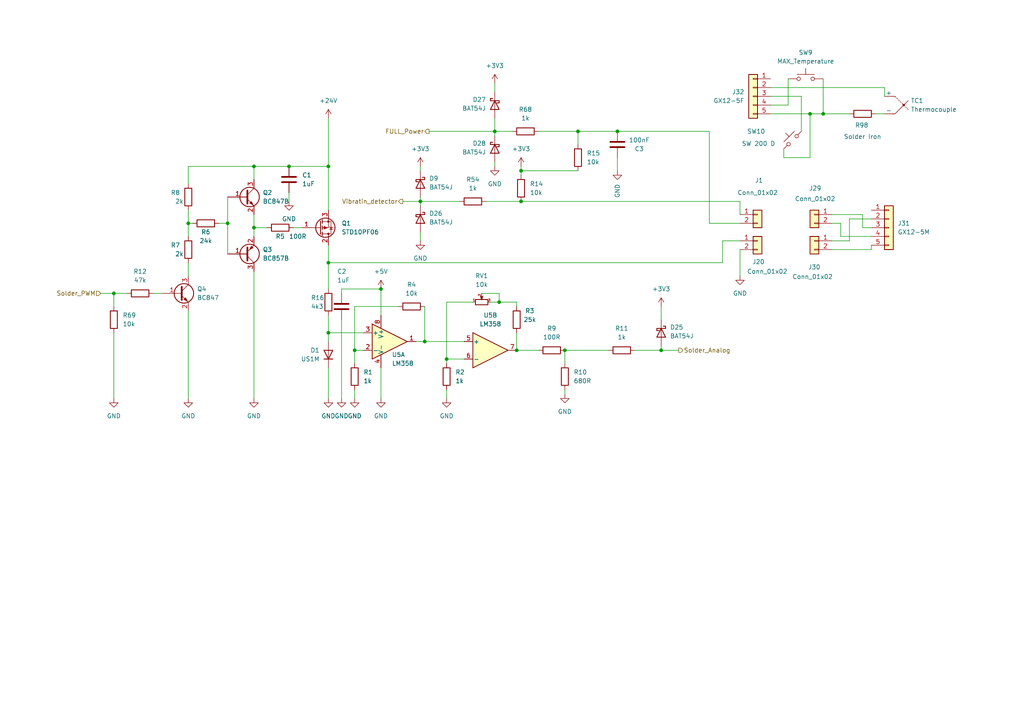
<source format=kicad_sch>
(kicad_sch (version 20231120) (generator "eeschema") (generator_version "8.0")
  (paper "A4")
  (title_block (title "Soldering Station") (date "2024-11-04") (company "BDS-SDCD"))
  (lib_symbols
    (symbol "+3V3_1" (power) (pin_numbers hide) (pin_names (offset 0) hide)
      (property "Value" "+3V3" (at 0 3.556 0))
      (symbol "+3V3_1_0_1"
        (polyline (pts (xy -0.762 1.27) (xy 0 2.54)))
        (polyline (pts (xy 0 0) (xy 0 2.54)))
        (polyline (pts (xy 0 2.54) (xy 0.762 1.27)))
      )
      (symbol "+3V3_1_1_1"
        (pin power_in line (at 0 0 90) (length 0) (name "~") (number "1"))
      )
    )
    (symbol "+3V3_2" (power) (pin_numbers hide) (pin_names (offset 0) hide)
      (property "Value" "+3V3" (at 0 3.556 0))
      (symbol "+3V3_2_0_1"
        (polyline (pts (xy -0.762 1.27) (xy 0 2.54)))
        (polyline (pts (xy 0 0) (xy 0 2.54)))
        (polyline (pts (xy 0 2.54) (xy 0.762 1.27)))
      )
      (symbol "+3V3_2_1_1"
        (pin power_in line (at 0 0 90) (length 0) (name "~") (number "1"))
      )
    )
    (symbol "Amplifier_Operational:LM358" (pin_names (offset 0.127))
      (property "Reference" "U" (at 0 5.08 0))
      (property "Value" "LM358" (at 0 -5.08 0))
      (symbol "LM358_1_1"
        (polyline (pts (xy -5.08 5.08) (xy 5.08 0) (xy -5.08 -5.08) (xy -5.08 5.08)) (stroke (width 0.254)) (fill (type background)))
        (pin output line (at 7.62 0 180) (length 2.54) (name "~") (number "1"))
        (pin input line (at -7.62 -2.54 0) (length 2.54) (name "-") (number "2"))
        (pin input line (at -7.62 2.54 0) (length 2.54) (name "+") (number "3"))
      )
      (symbol "LM358_2_1"
        (polyline (pts (xy -5.08 5.08) (xy 5.08 0) (xy -5.08 -5.08) (xy -5.08 5.08)) (stroke (width 0.254)) (fill (type background)))
        (pin input line (at -7.62 2.54 0) (length 2.54) (name "+") (number "5"))
        (pin input line (at -7.62 -2.54 0) (length 2.54) (name "-") (number "6"))
        (pin output line (at 7.62 0 180) (length 2.54) (name "~") (number "7"))
      )
      (symbol "LM358_3_1"
        (pin power_in line (at -2.54 -7.62 90) (length 3.81) (name "V-") (number "4"))
        (pin power_in line (at -2.54 7.62 270) (length 3.81) (name "V+") (number "8"))
      )
    )
    (symbol "Connector_Generic:Conn_01x02" (pin_names (offset 1.016) hide)
      (property "Reference" "J" (at 0 2.54 0))
      (property "Value" "Conn_01x02" (at 0 -5.08 0))
      (symbol "Conn_01x02_1_1"
        (rectangle (start -1.27 -2.413) (end 0 -2.667) (stroke (width 0.1524)))
        (rectangle (start -1.27 0.127) (end 0 -0.127) (stroke (width 0.1524)))
        (rectangle (start -1.27 1.27) (end 1.27 -3.81) (stroke (width 0.254)) (fill (type background)))
        (pin passive line (at -5.08 0 0) (length 3.81) (name "Pin_1") (number "1"))
        (pin passive line (at -5.08 -2.54 0) (length 3.81) (name "Pin_2") (number "2"))
      )
    )
    (symbol "Connector_Generic:Conn_01x05" (pin_names (offset 1.016) hide)
      (property "Reference" "J" (at 0 7.62 0))
      (property "Value" "Conn_01x05" (at 0 -7.62 0))
      (symbol "Conn_01x05_1_1"
        (rectangle (start -1.27 -4.953) (end 0 -5.207) (stroke (width 0.1524)))
        (rectangle (start -1.27 -2.413) (end 0 -2.667) (stroke (width 0.1524)))
        (rectangle (start -1.27 0.127) (end 0 -0.127) (stroke (width 0.1524)))
        (rectangle (start -1.27 2.667) (end 0 2.413) (stroke (width 0.1524)))
        (rectangle (start -1.27 5.207) (end 0 4.953) (stroke (width 0.1524)))
        (rectangle (start -1.27 6.35) (end 1.27 -6.35) (stroke (width 0.254)) (fill (type background)))
        (pin passive line (at -5.08 5.08 0) (length 3.81) (name "Pin_1") (number "1"))
        (pin passive line (at -5.08 2.54 0) (length 3.81) (name "Pin_2") (number "2"))
        (pin passive line (at -5.08 0 0) (length 3.81) (name "Pin_3") (number "3"))
        (pin passive line (at -5.08 -2.54 0) (length 3.81) (name "Pin_4") (number "4"))
        (pin passive line (at -5.08 -5.08 0) (length 3.81) (name "Pin_5") (number "5"))
      )
    )
    (symbol "Den_Castom_lib:STD10PF06" (pin_names hide)
      (property "Reference" "Q" (at 8.382 2.159 0))
      (property "Value" "STD10PF06" (at 9.271 -0.381 0))
      (symbol "STD10PF06_0_1"
        (circle (center -0.889 0) (radius 2.794) (stroke (width 0.254)))
        (circle (center 0 -1.778) (radius 0.254) (fill (type outline)))
        (polyline (pts (xy -2.286 -1.905) (xy -2.286 1.905)) (stroke (width 0.254)))
        (polyline (pts (xy -2.286 0) (xy -5.08 0)))
        (polyline (pts (xy -1.778 -2.286) (xy -1.778 -1.27)) (stroke (width 0.254)))
        (polyline (pts (xy -1.778 -0.508) (xy -1.778 0.508)) (stroke (width 0.254)))
        (polyline (pts (xy -1.778 1.27) (xy -1.778 2.286)) (stroke (width 0.254)))
        (polyline (pts (xy 0 -2.54) (xy 0 -1.778)))
        (polyline (pts (xy 0 2.54) (xy 0 0) (xy -1.778 0)))
        (polyline (pts (xy -1.778 1.778) (xy 0.762 1.778) (xy 0.762 -1.778) (xy -1.778 -1.778)))
        (circle (center 0 1.778) (radius 0.254) (fill (type outline)))
      )
      (symbol "STD10PF06_1_1"
        (polyline (pts (xy -0.254 0) (xy -1.27 -0.381) (xy -1.27 0.381) (xy -0.254 0)) (fill (type outline)))
        (polyline (pts (xy 0.254 0.254) (xy 0.381 0.127) (xy 1.143 0.127) (xy 1.27 0)))
        (polyline (pts (xy 0.762 0.127) (xy 0.381 -0.508) (xy 1.143 -0.508) (xy 0.762 0.127)))
        (pin passive line (at -7.62 0 0) (length 2.54) (name "G2") (number "1"))
        (pin passive line (at 0 -5.08 90) (length 2.54) (name "D1") (number "2"))
        (pin passive line (at 0 5.08 270) (length 2.54) (name "S1") (number "3"))
      )
    )
    (symbol "Device:C" (pin_numbers hide) (pin_names (offset 0.254))
      (property "Reference" "C" (at 0.635 2.54 0))
      (property "Value" "C" (at 0.635 -2.54 0))
      (symbol "C_0_1"
        (polyline (pts (xy -2.032 -0.762) (xy 2.032 -0.762)) (stroke (width 0.508)))
        (polyline (pts (xy -2.032 0.762) (xy 2.032 0.762)) (stroke (width 0.508)))
      )
      (symbol "C_1_1"
        (pin passive line (at 0 3.81 270) (length 2.794) (name "~") (number "1"))
        (pin passive line (at 0 -3.81 90) (length 2.794) (name "~") (number "2"))
      )
    )
    (symbol "Device:R" (pin_numbers hide) (pin_names (offset 0))
      (property "Reference" "R" (at 2.032 0 90))
      (property "Value" "R" (at 0 0 90))
      (symbol "R_0_1"
        (rectangle (start -1.016 -2.54) (end 1.016 2.54) (stroke (width 0.254)))
      )
      (symbol "R_1_1"
        (pin passive line (at 0 3.81 270) (length 1.27) (name "~") (number "1"))
        (pin passive line (at 0 -3.81 90) (length 1.27) (name "~") (number "2"))
      )
    )
    (symbol "Device:R_Potentiometer_Small" (pin_names (offset 1.016) hide)
      (property "Reference" "RV" (at -4.445 0 90))
      (property "Value" "R_Potentiometer_Small" (at -2.54 0 90))
      (symbol "R_Potentiometer_Small_0_1"
        (polyline (pts (xy 0.889 0) (xy 0.635 0) (xy 1.651 0.381) (xy 1.651 -0.381) (xy 0.635 0) (xy 0.889 0)) (fill (type outline)))
        (rectangle (start 0.762 1.8034) (end -0.762 -1.8034) (stroke (width 0.254)))
      )
      (symbol "R_Potentiometer_Small_1_1"
        (pin passive line (at 0 2.54 270) (length 0.635) (name "1") (number "1"))
        (pin passive line (at 2.54 0 180) (length 0.9906) (name "2") (number "2"))
        (pin passive line (at 0 -2.54 90) (length 0.635) (name "3") (number "3"))
      )
    )
    (symbol "Device:Thermocouple" (pin_numbers hide) (pin_names (offset 0))
      (property "Reference" "TC" (at -3.048 3.81 0))
      (property "Value" "Thermocouple" (at -5.08 -4.064 0))
      (symbol "Thermocouple_0_1"
        (circle (center -3.048 0) (radius 0.254) (fill (type outline)))
        (polyline (pts (xy -4.064 -1.016) (xy -4.318 -1.27)))
        (polyline (pts (xy -3.556 -0.508) (xy -3.81 -0.762)))
        (polyline (pts (xy -3.048 0) (xy -3.302 -0.254)))
        (polyline (pts (xy -2.54 0.508) (xy -2.794 0.254)))
        (polyline (pts (xy -2.032 1.016) (xy -2.286 0.762)))
        (polyline (pts (xy -1.524 1.524) (xy -1.778 1.27)))
        (polyline (pts (xy -1.016 2.032) (xy -1.27 1.778)))
        (polyline (pts (xy -0.508 2.54) (xy -0.762 2.286)))
        (polyline (pts (xy 0 -2.54) (xy -0.254 -2.54)))
        (polyline (pts (xy 0 2.54) (xy -0.508 2.54)))
        (polyline (pts (xy 0.254 -2.54) (xy -0.508 -2.54) (xy -4.318 1.27)))
      )
      (symbol "Thermocouple_1_1"
        (pin passive line (at 2.54 2.54 180) (length 2.54) (name "+") (number "1"))
        (pin passive line (at 2.54 -2.54 180) (length 2.54) (name "-") (number "2"))
      )
    )
    (symbol "Diode:BAT54J" (pin_numbers hide) (pin_names (offset 1.016) hide)
      (property "Reference" "D" (at 0 2.54 0))
      (property "Value" "BAT54J" (at 0 -2.54 0))
      (symbol "BAT54J_0_1"
        (polyline (pts (xy 1.27 0) (xy -1.27 0)))
        (polyline (pts (xy 1.27 1.27) (xy 1.27 -1.27) (xy -1.27 0) (xy 1.27 1.27)) (stroke (width 0.254)))
        (polyline (pts (xy -1.905 0.635) (xy -1.905 1.27) (xy -1.27 1.27) (xy -1.27 -1.27) (xy -0.635 -1.27) (xy -0.635 -0.635)) (stroke (width 0.254)))
      )
      (symbol "BAT54J_1_1"
        (pin passive line (at -3.81 0 0) (length 2.54) (name "K") (number "1"))
        (pin passive line (at 3.81 0 180) (length 2.54) (name "A") (number "2"))
      )
    )
    (symbol "Diode:US1M" (pin_numbers hide) (pin_names hide)
      (property "Reference" "D" (at 0 2.54 0))
      (property "Value" "US1M" (at 0 -2.54 0))
      (symbol "US1M_0_1"
        (polyline (pts (xy -1.27 1.27) (xy -1.27 -1.27)) (stroke (width 0.254)))
        (polyline (pts (xy 1.27 0) (xy -1.27 0)))
        (polyline (pts (xy 1.27 1.27) (xy 1.27 -1.27) (xy -1.27 0) (xy 1.27 1.27)) (stroke (width 0.254)))
      )
      (symbol "US1M_1_1"
        (pin passive line (at -3.81 0 0) (length 2.54) (name "K") (number "1"))
        (pin passive line (at 3.81 0 180) (length 2.54) (name "A") (number "2"))
      )
    )
    (symbol "GND_1" (power) (pin_numbers hide) (pin_names (offset 0) hide)
      (property "Value" "GND" (at 0 -3.81 0))
      (symbol "GND_1_0_1"
        (polyline (pts (xy 0 0) (xy 0 -1.27) (xy 1.27 -1.27) (xy 0 -2.54) (xy -1.27 -1.27) (xy 0 -1.27)))
      )
      (symbol "GND_1_1_1"
        (pin power_in line (at 0 0 270) (length 0) (name "~") (number "1"))
      )
    )
    (symbol "GND_2" (power) (pin_numbers hide) (pin_names (offset 0) hide)
      (property "Value" "GND" (at 0 -3.81 0))
      (symbol "GND_2_0_1"
        (polyline (pts (xy 0 0) (xy 0 -1.27) (xy 1.27 -1.27) (xy 0 -2.54) (xy -1.27 -1.27) (xy 0 -1.27)))
      )
      (symbol "GND_2_1_1"
        (pin power_in line (at 0 0 270) (length 0) (name "~") (number "1"))
      )
    )
    (symbol "Switch:SW_Push" (pin_numbers hide) (pin_names (offset 1.016) hide)
      (property "Reference" "SW" (at 1.27 2.54 0))
      (property "Value" "SW_Push" (at 0 -1.524 0))
      (symbol "SW_Push_0_1"
        (circle (center -2.032 0) (radius 0.508))
        (polyline (pts (xy 0 1.27) (xy 0 3.048)))
        (polyline (pts (xy 2.54 1.27) (xy -2.54 1.27)))
        (circle (center 2.032 0) (radius 0.508))
        (pin passive line (at -5.08 0 0) (length 2.54) (name "1") (number "1"))
        (pin passive line (at 5.08 0 180) (length 2.54) (name "2") (number "2"))
      )
    )
    (symbol "Switch:SW_Push_45deg" (pin_numbers hide) (pin_names (offset 1.016) hide)
      (property "Reference" "SW" (at 3.048 1.016 0))
      (property "Value" "SW_Push_45deg" (at 0 -3.81 0))
      (symbol "SW_Push_45deg_0_1"
        (circle (center -1.1684 1.1684) (radius 0.508))
        (polyline (pts (xy -0.508 2.54) (xy 2.54 -0.508)))
        (polyline (pts (xy 1.016 1.016) (xy 2.032 2.032)))
        (polyline (pts (xy -2.54 2.54) (xy -1.524 1.524) (xy -1.524 1.524)))
        (polyline (pts (xy 1.524 -1.524) (xy 2.54 -2.54) (xy 2.54 -2.54) (xy 2.54 -2.54)))
        (circle (center 1.143 -1.1938) (radius 0.508))
        (pin passive line (at -2.54 2.54 0) (length 0) (name "1") (number "1"))
        (pin passive line (at 2.54 -2.54 180) (length 0) (name "2") (number "2"))
      )
    )
    (symbol "Transistor_BJT:BC847" (pin_names (offset 0) hide)
      (property "Reference" "Q" (at 5.08 1.905 0))
      (property "Value" "BC847" (at 5.08 0 0))
      (symbol "BC847_0_1"
        (polyline (pts (xy 0.635 0.635) (xy 2.54 2.54)))
        (polyline (pts (xy 0.635 -0.635) (xy 2.54 -2.54) (xy 2.54 -2.54)))
        (polyline (pts (xy 0.635 1.905) (xy 0.635 -1.905) (xy 0.635 -1.905)) (stroke (width 0.508)))
        (polyline (pts (xy 1.27 -1.778) (xy 1.778 -1.27) (xy 2.286 -2.286) (xy 1.27 -1.778) (xy 1.27 -1.778)) (fill (type outline)))
        (circle (center 1.27 0) (radius 2.8194) (stroke (width 0.254)))
      )
      (symbol "BC847_1_1"
        (pin input line (at -5.08 0 0) (length 5.715) (name "B") (number "1"))
        (pin passive line (at 2.54 -5.08 90) (length 2.54) (name "E") (number "2"))
        (pin passive line (at 2.54 5.08 270) (length 2.54) (name "C") (number "3"))
      )
    )
    (symbol "Transistor_BJT:BC857" (pin_names (offset 0) hide)
      (property "Reference" "Q" (at 5.08 1.905 0))
      (property "Value" "BC857" (at 5.08 0 0))
      (symbol "BC857_0_1"
        (polyline (pts (xy 0.635 0.635) (xy 2.54 2.54)))
        (polyline (pts (xy 0.635 -0.635) (xy 2.54 -2.54) (xy 2.54 -2.54)))
        (polyline (pts (xy 0.635 1.905) (xy 0.635 -1.905) (xy 0.635 -1.905)) (stroke (width 0.508)))
        (polyline (pts (xy 2.286 -1.778) (xy 1.778 -2.286) (xy 1.27 -1.27) (xy 2.286 -1.778) (xy 2.286 -1.778)) (fill (type outline)))
        (circle (center 1.27 0) (radius 2.8194) (stroke (width 0.254)))
      )
      (symbol "BC857_1_1"
        (pin input line (at -5.08 0 0) (length 5.715) (name "B") (number "1"))
        (pin passive line (at 2.54 -5.08 90) (length 2.54) (name "E") (number "2"))
        (pin passive line (at 2.54 5.08 270) (length 2.54) (name "C") (number "3"))
      )
    )
    (symbol "power:+24V" (power) (pin_names (offset 0))
      (property "Value" "+24V" (at 0 3.556 0))
      (symbol "+24V_0_1"
        (polyline (pts (xy -0.762 1.27) (xy 0 2.54)))
        (polyline (pts (xy 0 0) (xy 0 2.54)))
        (polyline (pts (xy 0 2.54) (xy 0.762 1.27)))
      )
      (symbol "+24V_1_1"
        (pin power_in line (at 0 0 90) (length 0) hide (name "+24V") (number "1"))
      )
    )
    (symbol "power:+3V3" (power) (pin_names (offset 0))
      (property "Value" "+3V3" (at 0 3.556 0))
      (symbol "+3V3_0_1"
        (polyline (pts (xy -0.762 1.27) (xy 0 2.54)))
        (polyline (pts (xy 0 0) (xy 0 2.54)))
        (polyline (pts (xy 0 2.54) (xy 0.762 1.27)))
      )
      (symbol "+3V3_1_1"
        (pin power_in line (at 0 0 90) (length 0) hide (name "+3V3") (number "1"))
      )
    )
    (symbol "power:+5V" (power) (pin_names (offset 0))
      (property "Value" "+5V" (at 0 3.556 0))
      (symbol "+5V_0_1"
        (polyline (pts (xy -0.762 1.27) (xy 0 2.54)))
        (polyline (pts (xy 0 0) (xy 0 2.54)))
        (polyline (pts (xy 0 2.54) (xy 0.762 1.27)))
      )
      (symbol "+5V_1_1"
        (pin power_in line (at 0 0 90) (length 0) hide (name "+5V") (number "1"))
      )
    )
    (symbol "power:GND" (power) (pin_names (offset 0))
      (property "Value" "GND" (at 0 -3.81 0))
      (symbol "GND_0_1"
        (polyline (pts (xy 0 0) (xy 0 -1.27) (xy 1.27 -1.27) (xy 0 -2.54) (xy -1.27 -1.27) (xy 0 -1.27)))
      )
      (symbol "GND_1_1"
        (pin power_in line (at 0 0 270) (length 0) hide (name "GND") (number "1"))
      )
    )
  )
  (junction (at 83.82 48.26))
  (junction (at 143.51 38.1))
  (junction (at 102.87 101.6))
  (junction (at 163.83 101.6))
  (junction (at 33.02 85.09))
  (junction (at 95.25 96.52))
  (junction (at 129.54 104.14))
  (junction (at 73.66 48.26))
  (junction (at 73.66 66.04))
  (junction (at 110.49 83.82))
  (junction (at 123.19 99.06))
  (junction (at 151.13 58.42))
  (junction (at 95.25 48.26))
  (junction (at 191.77 101.6))
  (junction (at 238.76 33.02))
  (junction (at 167.64 38.1))
  (junction (at 95.25 76.2))
  (junction (at 234.95 33.02))
  (junction (at 66.04 64.77))
  (junction (at 54.61 64.77))
  (junction (at 121.92 58.42))
  (junction (at 151.13 49.53))
  (junction (at 149.86 101.6))
  (junction (at 144.78 87.63))
  (junction (at 179.07 38.1))
  (wire (pts (xy 241.3 72.39) (xy 252.73 72.39)))
  (wire (pts (xy 163.83 101.6) (xy 176.53 101.6)))
  (wire (pts (xy 54.61 64.77) (xy 54.61 68.58)))
  (wire (pts (xy 250.19 66.04) (xy 252.73 66.04)))
  (wire (pts (xy 191.77 101.6) (xy 196.85 101.6)))
  (wire (pts (xy 73.66 78.74) (xy 73.66 115.57)))
  (wire (pts (xy 149.86 96.52) (xy 149.86 101.6)))
  (wire (pts (xy 129.54 113.03) (xy 129.54 115.57)))
  (wire (pts (xy 95.25 76.2) (xy 209.55 76.2)))
  (wire (pts (xy 139.7 85.09) (xy 144.78 85.09)))
  (wire (pts (xy 167.64 38.1) (xy 179.07 38.1)))
  (wire (pts (xy 151.13 58.42) (xy 214.63 58.42)))
  (wire (pts (xy 85.09 66.04) (xy 87.63 66.04)))
  (wire (pts (xy 54.61 60.96) (xy 54.61 64.77)))
  (wire (pts (xy 73.66 66.04) (xy 77.47 66.04)))
  (wire (pts (xy 241.3 62.23) (xy 250.19 62.23)))
  (wire (pts (xy 234.95 45.72) (xy 234.95 33.02)))
  (wire (pts (xy 143.51 46.99) (xy 143.51 48.26)))
  (wire (pts (xy 105.41 96.52) (xy 95.25 96.52)))
  (wire (pts (xy 73.66 66.04) (xy 73.66 68.58)))
  (wire (pts (xy 246.38 69.85) (xy 246.38 63.5)))
  (wire (pts (xy 227.33 45.72) (xy 234.95 45.72)))
  (wire (pts (xy 238.76 22.86) (xy 238.76 33.02)))
  (wire (pts (xy 151.13 48.26) (xy 151.13 49.53)))
  (wire (pts (xy 151.13 49.53) (xy 167.64 49.53)))
  (wire (pts (xy 209.55 69.85) (xy 214.63 69.85)))
  (wire (pts (xy 163.83 101.6) (xy 163.83 105.41)))
  (wire (pts (xy 110.49 83.82) (xy 110.49 91.44)))
  (wire (pts (xy 163.83 113.03) (xy 163.83 114.3)))
  (wire (pts (xy 191.77 88.9) (xy 191.77 92.71)))
  (wire (pts (xy 243.84 68.58) (xy 252.73 68.58)))
  (wire (pts (xy 144.78 85.09) (xy 144.78 87.63)))
  (wire (pts (xy 99.06 92.71) (xy 99.06 115.57)))
  (wire (pts (xy 124.46 38.1) (xy 143.51 38.1)))
  (wire (pts (xy 184.15 101.6) (xy 191.77 101.6)))
  (wire (pts (xy 129.54 104.14) (xy 134.62 104.14)))
  (wire (pts (xy 228.6 30.48) (xy 228.6 22.86)))
  (wire (pts (xy 95.25 91.44) (xy 95.25 96.52)))
  (wire (pts (xy 95.25 71.12) (xy 95.25 76.2)))
  (wire (pts (xy 214.63 72.39) (xy 214.63 80.01)))
  (wire (pts (xy 156.21 38.1) (xy 167.64 38.1)))
  (wire (pts (xy 129.54 87.63) (xy 129.54 104.14)))
  (wire (pts (xy 149.86 88.9) (xy 149.86 87.63)))
  (wire (pts (xy 95.25 76.2) (xy 95.25 83.82)))
  (wire (pts (xy 73.66 48.26) (xy 73.66 52.07)))
  (wire (pts (xy 223.52 30.48) (xy 228.6 30.48)))
  (wire (pts (xy 227.33 43.18) (xy 227.33 45.72)))
  (wire (pts (xy 238.76 33.02) (xy 246.38 33.02)))
  (wire (pts (xy 144.78 87.63) (xy 149.86 87.63)))
  (wire (pts (xy 29.21 85.09) (xy 33.02 85.09)))
  (wire (pts (xy 205.74 38.1) (xy 205.74 64.77)))
  (wire (pts (xy 137.16 87.63) (xy 129.54 87.63)))
  (wire (pts (xy 83.82 55.88) (xy 83.82 58.42)))
  (wire (pts (xy 54.61 48.26) (xy 54.61 53.34)))
  (wire (pts (xy 73.66 62.23) (xy 73.66 66.04)))
  (wire (pts (xy 205.74 64.77) (xy 214.63 64.77)))
  (wire (pts (xy 241.3 64.77) (xy 243.84 64.77)))
  (wire (pts (xy 83.82 48.26) (xy 95.25 48.26)))
  (wire (pts (xy 209.55 76.2) (xy 209.55 69.85)))
  (wire (pts (xy 73.66 48.26) (xy 54.61 48.26)))
  (wire (pts (xy 33.02 85.09) (xy 36.83 85.09)))
  (wire (pts (xy 95.25 106.68) (xy 95.25 115.57)))
  (wire (pts (xy 121.92 58.42) (xy 133.35 58.42)))
  (wire (pts (xy 234.95 33.02) (xy 238.76 33.02)))
  (wire (pts (xy 223.52 27.94) (xy 232.41 27.94)))
  (wire (pts (xy 143.51 38.1) (xy 148.59 38.1)))
  (wire (pts (xy 63.5 64.77) (xy 66.04 64.77)))
  (wire (pts (xy 121.92 67.31) (xy 121.92 69.85)))
  (wire (pts (xy 54.61 90.17) (xy 54.61 115.57)))
  (wire (pts (xy 102.87 113.03) (xy 102.87 115.57)))
  (wire (pts (xy 44.45 85.09) (xy 46.99 85.09)))
  (wire (pts (xy 95.25 34.29) (xy 95.25 48.26)))
  (wire (pts (xy 143.51 34.29) (xy 143.51 38.1)))
  (wire (pts (xy 223.52 25.4) (xy 256.54 25.4)))
  (wire (pts (xy 102.87 88.9) (xy 115.57 88.9)))
  (wire (pts (xy 246.38 63.5) (xy 252.73 63.5)))
  (wire (pts (xy 83.82 48.26) (xy 73.66 48.26)))
  (wire (pts (xy 254 33.02) (xy 256.54 33.02)))
  (wire (pts (xy 252.73 72.39) (xy 252.73 71.12)))
  (wire (pts (xy 102.87 101.6) (xy 102.87 105.41)))
  (wire (pts (xy 123.19 99.06) (xy 134.62 99.06)))
  (wire (pts (xy 250.19 62.23) (xy 250.19 66.04)))
  (wire (pts (xy 54.61 76.2) (xy 54.61 80.01)))
  (wire (pts (xy 121.92 58.42) (xy 121.92 59.69)))
  (wire (pts (xy 256.54 25.4) (xy 256.54 27.94)))
  (wire (pts (xy 110.49 83.82) (xy 99.06 83.82)))
  (wire (pts (xy 243.84 64.77) (xy 243.84 68.58)))
  (wire (pts (xy 167.64 38.1) (xy 167.64 41.91)))
  (wire (pts (xy 232.41 27.94) (xy 232.41 38.1)))
  (wire (pts (xy 121.92 48.26) (xy 121.92 49.53)))
  (wire (pts (xy 33.02 85.09) (xy 33.02 88.9)))
  (wire (pts (xy 151.13 49.53) (xy 151.13 50.8)))
  (wire (pts (xy 33.02 96.52) (xy 33.02 115.57)))
  (wire (pts (xy 129.54 105.41) (xy 129.54 104.14)))
  (wire (pts (xy 66.04 57.15) (xy 66.04 64.77)))
  (wire (pts (xy 102.87 101.6) (xy 105.41 101.6)))
  (wire (pts (xy 143.51 38.1) (xy 143.51 39.37)))
  (wire (pts (xy 102.87 101.6) (xy 102.87 88.9)))
  (wire (pts (xy 66.04 64.77) (xy 66.04 73.66)))
  (wire (pts (xy 116.84 58.42) (xy 121.92 58.42)))
  (wire (pts (xy 140.97 58.42) (xy 151.13 58.42)))
  (wire (pts (xy 214.63 58.42) (xy 214.63 62.23)))
  (wire (pts (xy 110.49 106.68) (xy 110.49 115.57)))
  (wire (pts (xy 95.25 96.52) (xy 95.25 99.06)))
  (wire (pts (xy 149.86 101.6) (xy 156.21 101.6)))
  (wire (pts (xy 120.65 99.06) (xy 123.19 99.06)))
  (wire (pts (xy 143.51 24.13) (xy 143.51 26.67)))
  (wire (pts (xy 123.19 99.06) (xy 123.19 88.9)))
  (wire (pts (xy 99.06 83.82) (xy 99.06 85.09)))
  (wire (pts (xy 179.07 45.72) (xy 179.07 49.53)))
  (wire (pts (xy 142.24 87.63) (xy 144.78 87.63)))
  (wire (pts (xy 179.07 38.1) (xy 205.74 38.1)))
  (wire (pts (xy 191.77 100.33) (xy 191.77 101.6)))
  (wire (pts (xy 54.61 64.77) (xy 55.88 64.77)))
  (wire (pts (xy 241.3 69.85) (xy 246.38 69.85)))
  (wire (pts (xy 95.25 48.26) (xy 95.25 60.96)))
  (wire (pts (xy 121.92 57.15) (xy 121.92 58.42)))
  (wire (pts (xy 223.52 33.02) (xy 234.95 33.02)))
  (hierarchical_label "Vibratin_detector" (shape output) (at 116.84 58.42 180))
  (hierarchical_label "FULL_Power" (shape output) (at 124.46 38.1 180))
  (hierarchical_label "Solder_PWM" (shape input) (at 29.21 85.09 180))
  (hierarchical_label "Solder_Analog" (shape output) (at 196.85 101.6 0))
  (symbol (lib_id "Device:R") (at 167.64 45.72 0) (unit 1)
    (property "Reference" "R15" (at 170.18 44.45 0) (effects (justify left)))
    (property "Value" "10k" (at 170.18 46.99 0) (effects (justify left)))
    (property "Footprint" "Resistor_SMD:R_1206_3216Metric_Pad1.30x1.75mm_HandSolder" (effects (hide yes)))
  )
  (symbol (lib_id "Device:R") (at 119.38 88.9 90) (unit 1)
    (property "Reference" "R4" (at 119.38 82.55 90))
    (property "Value" "10k" (at 119.38 85.09 90))
    (property "Footprint" "Resistor_SMD:R_1206_3216Metric_Pad1.30x1.75mm_HandSolder" (effects (hide yes)))
  )
  (symbol (lib_id "Amplifier_Operational:LM358") (at 113.03 99.06 0) (unit 3)
    (property "Reference" "U5" (effects (hide yes)))
    (property "Value" "LM358" (effects (hide yes)))
    (property "Footprint" "Package_SO:SOIC-8_3.9x4.9mm_P1.27mm" (effects (hide yes)))
    (property "Datasheet" "http://www.ti.com/lit/ds/symlink/lm2904-n.pdf" (effects (hide yes)))
  )
  (symbol (lib_id "Device:R") (at 129.54 109.22 0) (unit 1)
    (property "Reference" "R2" (at 132.08 107.95 0) (effects (justify left)))
    (property "Value" "1k" (at 132.08 110.49 0) (effects (justify left)))
    (property "Footprint" "Resistor_SMD:R_1206_3216Metric_Pad1.30x1.75mm_HandSolder" (effects (hide yes)))
  )
  (symbol (lib_id "Device:R") (at 160.02 101.6 90) (unit 1)
    (property "Reference" "R9" (at 160.02 95.25 90))
    (property "Value" "100R" (at 160.02 97.79 90))
    (property "Footprint" "Resistor_SMD:R_1206_3216Metric_Pad1.30x1.75mm_HandSolder" (effects (hide yes)))
  )
  (symbol (lib_id "Device:R") (at 33.02 92.71 0) (unit 1)
    (property "Reference" "R69" (at 35.56 91.44 0) (effects (justify left)))
    (property "Value" "10k" (at 35.56 93.98 0) (effects (justify left)))
    (property "Footprint" "Resistor_SMD:R_1206_3216Metric_Pad1.30x1.75mm_HandSolder" (effects (hide yes)))
  )
  (symbol (lib_id "power:GND") (at 129.54 115.57 0) (unit 1)
    (property "Reference" "#PWR02" (effects (hide yes)))
    (property "Value" "GND" (at 129.54 120.65 0))
  )
  (symbol (lib_id "Device:C") (at 179.07 41.91 0) (unit 1)
    (property "Reference" "C3" (at 185.42 43.18 0))
    (property "Value" "100nF" (at 185.42 40.64 0))
    (property "Footprint" "Capacitor_SMD:C_1206_3216Metric" (effects (hide yes)))
  )
  (symbol (lib_id "power:GND") (at 33.02 115.57 0) (unit 1)
    (property "Reference" "#PWR058" (effects (hide yes)))
    (property "Value" "GND" (at 33.02 120.65 0))
  )
  (symbol (lib_id "Device:Thermocouple") (at 259.08 30.48 0) (mirror y) (unit 1)
    (property "Reference" "TC1" (at 264.16 29.2099 0) (effects (justify right)))
    (property "Value" "Thermocouple" (at 264.16 31.7499 0) (effects (justify right)))
    (property "Description" "Thermocouple" (effects (hide yes)))
  )
  (symbol (lib_id "Switch:SW_Push_45deg") (at 229.87 40.64 90) (unit 1)
    (property "Reference" "SW10" (at 216.662 38.1 90) (effects (justify right)))
    (property "Value" "SW 200 D" (at 215.138 41.656 90) (effects (justify right)))
    (property "Description" "Push button switch, normally open, two pins, 45° tilted" (effects (hide yes)))
  )
  (symbol (lib_id "Device:R") (at 81.28 66.04 90) (unit 1)
    (property "Reference" "R5" (at 81.28 68.58 90))
    (property "Value" "100R" (at 86.36 68.58 90))
    (property "Footprint" "Resistor_SMD:R_1206_3216Metric_Pad1.30x1.75mm_HandSolder" (effects (hide yes)))
  )
  (symbol (lib_id "Diode:BAT54J") (at 143.51 30.48 90) (mirror x) (unit 1)
    (property "Reference" "D27" (at 140.97 28.8924 90) (effects (justify left)))
    (property "Value" "BAT54J" (at 140.97 31.4324 90) (effects (justify left)))
    (property "Footprint" "Diode_SMD:D_SOD-323F" (effects (hide yes)))
    (property "Datasheet" "https://assets.nexperia.com/documents/data-sheet/BAT54J.pdf" (effects (hide yes)))
    (property "Description" "30V 200mA Schottky diode, SOD-323F" (effects (hide yes)))
  )
  (symbol (lib_id "power:+5V") (at 110.49 83.82 0) (unit 1)
    (property "Reference" "#PWR010" (effects (hide yes)))
    (property "Value" "+5V" (at 110.49 78.74 0))
  )
  (symbol (lib_id "Connector_Generic:Conn_01x05") (at 218.44 27.94 0) (mirror y) (unit 1)
    (property "Reference" "J32" (at 215.9 26.6699 0) (effects (justify left)))
    (property "Value" "GX12-5F" (at 215.9 29.2099 0) (effects (justify left)))
    (property "Description" "Generic connector, single row, 01x05, script generated (kicad-library-utils/schlib/autogen/connector/)" (effects (hide yes)))
  )
  (symbol (lib_id "Connector_Generic:Conn_01x02") (at 219.71 69.85 0) (unit 1)
    (property "Reference" "J20" (at 218.186 75.946 0) (effects (justify left)))
    (property "Value" "Conn_01x02" (at 216.662 78.74 0) (effects (justify left)))
    (property "Footprint" "Connector_Phoenix_GMSTB:PhoenixContact_GMSTBVA_2,5_2-G_1x02_P7.50mm_Vertical" (effects (hide yes)))
  )
  (symbol (lib_id "Connector_Generic:Conn_01x05") (at 257.81 66.04 0) (unit 1)
    (property "Reference" "J31" (at 260.35 64.7699 0) (effects (justify left)))
    (property "Value" "GX12-5M" (at 260.35 67.3099 0) (effects (justify left)))
    (property "Description" "Generic connector, single row, 01x05, script generated (kicad-library-utils/schlib/autogen/connector/)" (effects (hide yes)))
  )
  (symbol (lib_name "+3V3_1") (lib_id "power:+3V3") (at 121.92 48.26 0) (unit 1)
    (property "Reference" "#PWR040" (effects (hide yes)))
    (property "Value" "+3V3" (at 121.92 43.18 0))
    (property "Description" "Power symbol creates a global label with name \"+3V3\"" (effects (hide yes)))
  )
  (symbol (lib_id "power:+3V3") (at 191.77 88.9 0) (unit 1)
    (property "Reference" "#PWR026" (effects (hide yes)))
    (property "Value" "+3V3" (at 191.77 83.82 0))
  )
  (symbol (lib_id "Device:R") (at 151.13 54.61 0) (unit 1)
    (property "Reference" "R14" (at 153.67 53.34 0) (effects (justify left)))
    (property "Value" "10k" (at 153.67 55.88 0) (effects (justify left)))
    (property "Footprint" "Resistor_SMD:R_1206_3216Metric_Pad1.30x1.75mm_HandSolder" (effects (hide yes)))
  )
  (symbol (lib_id "Device:R") (at 152.4 38.1 90) (unit 1)
    (property "Reference" "R68" (at 152.4 31.75 90))
    (property "Value" "1k" (at 152.4 34.29 90))
    (property "Footprint" "Resistor_SMD:R_1206_3216Metric_Pad1.30x1.75mm_HandSolder" (effects (hide yes)))
  )
  (symbol (lib_id "Switch:SW_Push") (at 233.68 22.86 0) (unit 1)
    (property "Reference" "SW9" (at 233.68 15.24 0))
    (property "Value" "MAX_Temperature" (at 233.68 17.78 0))
    (property "Description" "Push button switch, generic, two pins" (effects (hide yes)))
  )
  (symbol (lib_id "Transistor_BJT:BC857") (at 71.12 73.66 0) (mirror x) (unit 1)
    (property "Reference" "Q3" (at 76.2 72.39 0) (effects (justify left)))
    (property "Value" "BC857B" (at 76.2 74.93 0) (effects (justify left)))
    (property "Footprint" "Package_TO_SOT_SMD:TSOT-23" (effects (hide yes)))
    (property "Datasheet" "https://www.onsemi.com/pub/Collateral/BC860-D.pdf" (effects (hide yes)))
  )
  (symbol (lib_id "Transistor_BJT:BC847") (at 52.07 85.09 0) (unit 1)
    (property "Reference" "Q4" (at 57.15 83.82 0) (effects (justify left)))
    (property "Value" "BC847" (at 57.15 86.36 0) (effects (justify left)))
    (property "Footprint" "Package_TO_SOT_SMD:TSOT-23" (effects (hide yes)))
    (property "Datasheet" "http://www.infineon.com/dgdl/Infineon-BC847SERIES_BC848SERIES_BC849SERIES_BC850SERIES-DS-v01_01-en.pdf?fileId=db3a304314dca389011541d4630a1657" (effects (hide yes)))
  )
  (symbol (lib_id "Diode:BAT54J") (at 121.92 63.5 270) (unit 1)
    (property "Reference" "D26" (at 124.46 61.9124 90) (effects (justify left)))
    (property "Value" "BAT54J" (at 124.46 64.4524 90) (effects (justify left)))
    (property "Footprint" "Diode_SMD:D_SOD-323F" (effects (hide yes)))
    (property "Datasheet" "https://assets.nexperia.com/documents/data-sheet/BAT54J.pdf" (effects (hide yes)))
    (property "Description" "30V 200mA Schottky diode, SOD-323F" (effects (hide yes)))
  )
  (symbol (lib_id "Den_Castom_lib:STD10PF06") (at 95.25 66.04 0) (unit 1)
    (property "Reference" "Q1" (at 99.06 64.77 0) (effects (justify left)))
    (property "Value" "STD10PF06" (at 99.06 67.31 0) (effects (justify left)))
    (property "Footprint" "Package_TO_SOT_SMD:TO-252-2" (effects (hide yes)))
    (property "Datasheet" "https://pdf1.alldatasheet.com/datasheet-pdf/view/1225695/VBSEMI/D10PF06.html" (effects (hide yes)))
  )
  (symbol (lib_id "Device:C") (at 99.06 88.9 0) (unit 1)
    (property "Reference" "C2" (at 97.79 78.74 0) (effects (justify left)))
    (property "Value" "1uF" (at 97.79 81.28 0) (effects (justify left)))
    (property "Footprint" "Capacitor_SMD:C_1206_3216Metric" (effects (hide yes)))
  )
  (symbol (lib_id "Connector_Generic:Conn_01x02") (at 236.22 69.85 0) (mirror y) (unit 1) (on_board no)
    (property "Reference" "J30" (at 237.998 77.47 0) (effects (justify left)))
    (property "Value" "Conn_01x02" (at 241.554 80.264 0) (effects (justify left)))
    (property "Footprint" "Connector_Phoenix_GMSTB:PhoenixContact_GMSTBVA_2,5_2-G_1x02_P7.50mm_Vertical" (effects (hide yes)))
  )
  (symbol (lib_id "Diode:US1M") (at 95.25 102.87 90) (unit 1)
    (property "Reference" "D1" (at 92.71 101.6 90) (effects (justify left)))
    (property "Value" "US1M" (at 92.71 104.14 90) (effects (justify left)))
    (property "Footprint" "Diode_SMD:D_SMA" (effects (hide yes)))
    (property "Datasheet" "https://www.diodes.com/assets/Datasheets/ds16008.pdf" (effects (hide yes)))
    (property "Sim.Device" "D" (effects (hide yes)))
    (property "Sim.Pins" "1=K 2=A" (effects (hide yes)))
  )
  (symbol (lib_name "+3V3_2") (lib_id "power:+3V3") (at 143.51 24.13 0) (mirror y) (unit 1)
    (property "Reference" "#PWR062" (effects (hide yes)))
    (property "Value" "+3V3" (at 143.51 19.05 0))
    (property "Description" "Power symbol creates a global label with name \"+3V3\"" (effects (hide yes)))
  )
  (symbol (lib_id "Device:R") (at 54.61 57.15 0) (unit 1)
    (property "Reference" "R8" (at 49.53 55.88 0) (effects (justify left)))
    (property "Value" "2k" (at 50.8 58.42 0) (effects (justify left)))
    (property "Footprint" "Resistor_SMD:R_1206_3216Metric_Pad1.30x1.75mm_HandSolder" (effects (hide yes)))
  )
  (symbol (lib_id "Device:R") (at 54.61 72.39 0) (unit 1)
    (property "Reference" "R7" (at 49.53 71.12 0) (effects (justify left)))
    (property "Value" "2k" (at 50.8 73.66 0) (effects (justify left)))
    (property "Footprint" "Resistor_SMD:R_1206_3216Metric_Pad1.30x1.75mm_HandSolder" (effects (hide yes)))
  )
  (symbol (lib_id "Diode:BAT54J") (at 143.51 43.18 90) (mirror x) (unit 1)
    (property "Reference" "D28" (at 140.97 41.5924 90) (effects (justify left)))
    (property "Value" "BAT54J" (at 140.97 44.1324 90) (effects (justify left)))
    (property "Footprint" "Diode_SMD:D_SOD-323F" (effects (hide yes)))
    (property "Datasheet" "https://assets.nexperia.com/documents/data-sheet/BAT54J.pdf" (effects (hide yes)))
    (property "Description" "30V 200mA Schottky diode, SOD-323F" (effects (hide yes)))
  )
  (symbol (lib_id "Device:C") (at 83.82 52.07 0) (unit 1)
    (property "Reference" "C1" (at 87.63 50.8 0) (effects (justify left)))
    (property "Value" "1uF" (at 87.63 53.34 0) (effects (justify left)))
    (property "Footprint" "Capacitor_SMD:C_1206_3216Metric" (effects (hide yes)))
  )
  (symbol (lib_id "Connector_Generic:Conn_01x02") (at 236.22 62.23 0) (mirror y) (unit 1) (on_board no)
    (property "Reference" "J29" (at 238.252 54.61 0) (effects (justify left)))
    (property "Value" "Conn_01x02" (at 242.316 57.658 0) (effects (justify left)))
    (property "Footprint" "Connector_PinHeader_2.54mm:PinHeader_1x02_P2.54mm_Vertical" (effects (hide yes)))
  )
  (symbol (lib_id "power:+24V") (at 95.25 34.29 0) (unit 1)
    (property "Reference" "#PWR014" (effects (hide yes)))
    (property "Value" "+24V" (at 95.25 29.21 0))
  )
  (symbol (lib_id "power:GND") (at 99.06 115.57 0) (unit 1)
    (property "Reference" "#PWR015" (effects (hide yes)))
    (property "Value" "GND" (at 99.06 120.65 0))
  )
  (symbol (lib_id "Device:R") (at 137.16 58.42 90) (unit 1)
    (property "Reference" "R54" (at 137.16 52.07 90))
    (property "Value" "1k" (at 137.16 54.61 90))
    (property "Footprint" "Resistor_SMD:R_1206_3216Metric_Pad1.30x1.75mm_HandSolder" (effects (hide yes)))
  )
  (symbol (lib_id "Device:R") (at 102.87 109.22 0) (unit 1)
    (property "Reference" "R1" (at 105.41 107.95 0) (effects (justify left)))
    (property "Value" "1k" (at 105.41 110.49 0) (effects (justify left)))
    (property "Footprint" "Resistor_SMD:R_1206_3216Metric_Pad1.30x1.75mm_HandSolder" (effects (hide yes)))
  )
  (symbol (lib_id "Device:R_Potentiometer_Small") (at 139.7 87.63 90) (unit 1)
    (property "Reference" "RV1" (at 139.7 80.01 90))
    (property "Value" "10k" (at 139.7 82.55 90))
    (property "Footprint" "Potentiometer_THT:Potentiometer_Bourns_3266Y_Vertical" (effects (hide yes)))
  )
  (symbol (lib_id "power:GND") (at 83.82 58.42 0) (unit 1)
    (property "Reference" "#PWR09" (effects (hide yes)))
    (property "Value" "GND" (at 83.82 63.5 0))
  )
  (symbol (lib_id "Device:R") (at 40.64 85.09 90) (unit 1)
    (property "Reference" "R12" (at 40.64 78.74 90))
    (property "Value" "47k" (at 40.64 81.28 90))
    (property "Footprint" "Resistor_SMD:R_1206_3216Metric_Pad1.30x1.75mm_HandSolder" (effects (hide yes)))
  )
  (symbol (lib_name "GND_2") (lib_id "power:GND") (at 121.92 69.85 0) (unit 1)
    (property "Reference" "#PWR069" (effects (hide yes)))
    (property "Value" "GND" (at 121.92 74.93 0))
    (property "Description" "Power symbol creates a global label with name \"GND\" , ground" (effects (hide yes)))
  )
  (symbol (lib_id "power:GND") (at 95.25 115.57 0) (unit 1)
    (property "Reference" "#PWR03" (effects (hide yes)))
    (property "Value" "GND" (at 95.25 120.65 0))
  )
  (symbol (lib_id "Device:R") (at 95.25 87.63 0) (mirror y) (unit 1)
    (property "Reference" "R16" (at 90.17 86.36 0) (effects (justify right)))
    (property "Value" "4k3" (at 90.17 88.9 0) (effects (justify right)))
    (property "Footprint" "Resistor_SMD:R_1206_3216Metric_Pad1.30x1.75mm_HandSolder" (effects (hide yes)))
  )
  (symbol (lib_id "Device:R") (at 149.86 92.71 0) (unit 1)
    (property "Reference" "R3" (at 153.67 90.17 0))
    (property "Value" "25k" (at 153.67 92.71 0))
    (property "Footprint" "Resistor_SMD:R_1206_3216Metric_Pad1.30x1.75mm_HandSolder" (effects (hide yes)))
  )
  (symbol (lib_id "Device:R") (at 250.19 33.02 90) (unit 1)
    (property "Reference" "R98" (at 249.936 36.322 90))
    (property "Value" "Solder Iron" (at 250.19 39.624 90))
    (property "Description" "Resistor" (effects (hide yes)))
  )
  (symbol (lib_id "power:GND") (at 214.63 80.01 0) (unit 1)
    (property "Reference" "#PWR012" (effects (hide yes)))
    (property "Value" "GND" (at 214.63 85.09 0))
  )
  (symbol (lib_id "power:GND") (at 163.83 114.3 0) (unit 1)
    (property "Reference" "#PWR07" (effects (hide yes)))
    (property "Value" "GND" (at 163.83 119.38 0))
  )
  (symbol (lib_id "Connector_Generic:Conn_01x02") (at 219.71 62.23 0) (unit 1)
    (property "Reference" "J1" (at 218.948 52.324 0) (effects (justify left)))
    (property "Value" "Conn_01x02" (at 213.868 55.88 0) (effects (justify left)))
    (property "Footprint" "Connector_PinHeader_2.54mm:PinHeader_1x02_P2.54mm_Vertical" (effects (hide yes)))
  )
  (symbol (lib_id "Device:R") (at 180.34 101.6 270) (unit 1)
    (property "Reference" "R11" (at 180.34 95.25 90))
    (property "Value" "1k" (at 180.34 97.79 90))
    (property "Footprint" "Resistor_SMD:R_1206_3216Metric_Pad1.30x1.75mm_HandSolder" (effects (hide yes)))
  )
  (symbol (lib_id "power:GND") (at 54.61 115.57 0) (unit 1)
    (property "Reference" "#PWR05" (effects (hide yes)))
    (property "Value" "GND" (at 54.61 120.65 0))
  )
  (symbol (lib_id "Amplifier_Operational:LM358") (at 113.03 99.06 0) (unit 1)
    (property "Reference" "U5" (at 115.57 102.87 0))
    (property "Value" "LM358" (at 116.84 105.41 0))
    (property "Footprint" "Package_SO:SOIC-8_3.9x4.9mm_P1.27mm" (effects (hide yes)))
    (property "Datasheet" "http://www.ti.com/lit/ds/symlink/lm2904-n.pdf" (effects (hide yes)))
  )
  (symbol (lib_id "power:GND") (at 102.87 115.57 0) (unit 1)
    (property "Reference" "#PWR01" (effects (hide yes)))
    (property "Value" "GND" (at 102.87 120.65 0))
  )
  (symbol (lib_id "Diode:BAT54J") (at 121.92 53.34 270) (unit 1)
    (property "Reference" "D9" (at 124.46 51.7524 90) (effects (justify left)))
    (property "Value" "BAT54J" (at 124.46 54.2924 90) (effects (justify left)))
    (property "Footprint" "Diode_SMD:D_SOD-323F" (effects (hide yes)))
    (property "Datasheet" "https://assets.nexperia.com/documents/data-sheet/BAT54J.pdf" (effects (hide yes)))
    (property "Description" "30V 200mA Schottky diode, SOD-323F" (effects (hide yes)))
  )
  (symbol (lib_id "Device:R") (at 59.69 64.77 90) (unit 1)
    (property "Reference" "R6" (at 59.69 67.31 90))
    (property "Value" "24k" (at 59.69 69.85 90))
    (property "Footprint" "Resistor_SMD:R_1206_3216Metric_Pad1.30x1.75mm_HandSolder" (effects (hide yes)))
  )
  (symbol (lib_id "power:GND") (at 110.49 115.57 0) (unit 1)
    (property "Reference" "#PWR06" (effects (hide yes)))
    (property "Value" "GND" (at 110.49 120.65 0))
  )
  (symbol (lib_id "Amplifier_Operational:LM358") (at 142.24 101.6 0) (unit 2)
    (property "Reference" "U5" (at 142.24 91.44 0))
    (property "Value" "LM358" (at 142.24 93.98 0))
    (property "Footprint" "Package_SO:SOIC-8_3.9x4.9mm_P1.27mm" (effects (hide yes)))
    (property "Datasheet" "http://www.ti.com/lit/ds/symlink/lm2904-n.pdf" (effects (hide yes)))
  )
  (symbol (lib_name "GND_1") (lib_id "power:GND") (at 143.51 48.26 0) (unit 1)
    (property "Reference" "#PWR063" (effects (hide yes)))
    (property "Value" "GND" (at 143.51 53.34 0))
    (property "Description" "Power symbol creates a global label with name \"GND\" , ground" (effects (hide yes)))
  )
  (symbol (lib_id "power:+3V3") (at 151.13 48.26 0) (unit 1)
    (property "Reference" "#PWR011" (effects (hide yes)))
    (property "Value" "+3V3" (at 151.13 43.18 0))
  )
  (symbol (lib_id "power:GND") (at 73.66 115.57 0) (unit 1)
    (property "Reference" "#PWR04" (effects (hide yes)))
    (property "Value" "GND" (at 73.66 120.65 0))
  )
  (symbol (lib_id "Diode:BAT54J") (at 191.77 96.52 270) (unit 1)
    (property "Reference" "D25" (at 194.31 94.9324 90) (effects (justify left)))
    (property "Value" "BAT54J" (at 194.31 97.4724 90) (effects (justify left)))
    (property "Footprint" "Diode_SMD:D_SOD-323F" (effects (hide yes)))
    (property "Datasheet" "https://assets.nexperia.com/documents/data-sheet/BAT54J.pdf" (effects (hide yes)))
    (property "Description" "30V 200mA Schottky diode, SOD-323F" (effects (hide yes)))
  )
  (symbol (lib_id "Transistor_BJT:BC847") (at 71.12 57.15 0) (unit 1)
    (property "Reference" "Q2" (at 76.2 55.88 0) (effects (justify left)))
    (property "Value" "BC847B" (at 76.2 58.42 0) (effects (justify left)))
    (property "Footprint" "Package_TO_SOT_SMD:TSOT-23" (effects (hide yes)))
    (property "Datasheet" "http://www.infineon.com/dgdl/Infineon-BC847SERIES_BC848SERIES_BC849SERIES_BC850SERIES-DS-v01_01-en.pdf?fileId=db3a304314dca389011541d4630a1657" (effects (hide yes)))
  )
  (symbol (lib_id "power:GND") (at 179.07 49.53 0) (unit 1)
    (property "Reference" "#PWR016" (effects (hide yes)))
    (property "Value" "GND" (at 179.07 53.34 90) (effects (justify right)))
  )
  (symbol (lib_id "Device:R") (at 163.83 109.22 0) (unit 1)
    (property "Reference" "R10" (at 166.37 107.95 0) (effects (justify left)))
    (property "Value" "680R" (at 166.37 110.49 0) (effects (justify left)))
    (property "Footprint" "Resistor_SMD:R_1206_3216Metric_Pad1.30x1.75mm_HandSolder" (effects (hide yes)))
  )
)
</source>
